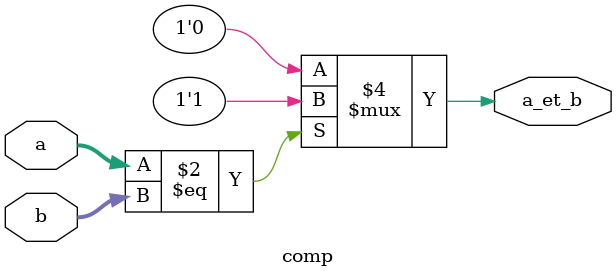
<source format=v>

/*
  Verilog Comparator module
  inputs are 'a' and 'b'
  output is 'a_et_b' -- 1'b1 when the inputs are equal to each other
                     -- 1'b0 when the inputs are not equal
*/

/*
  declare the module name and ports
  make the inputs eight bits. This can be selected to be any size
  output is always only one bit
*/

module comp (a_et_b, a, b);
input [7:0]a;
input [7:0]b;
output a_et_b;
reg a_et_b;

always @(a or b)
begin

// if the two inputs are equal, indicate this on the output
// otherwise indicate a non-equality

  if(a == b)
    a_et_b = 1'b1;
  else
    a_et_b = 1'b0;

end

endmodule


</source>
